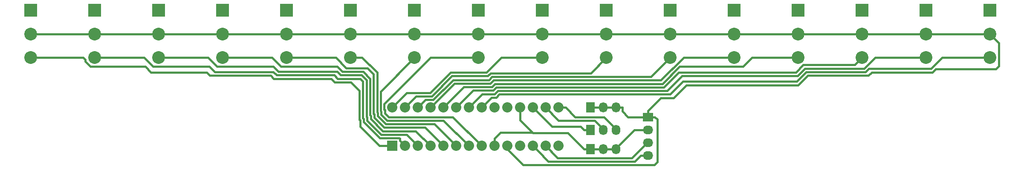
<source format=gbr>
G04 #@! TF.FileFunction,Copper,L2,Bot,Signal*
%FSLAX46Y46*%
G04 Gerber Fmt 4.6, Leading zero omitted, Abs format (unit mm)*
G04 Created by KiCad (PCBNEW 4.0.2-stable) date 12/08/2016 19:46:14*
%MOMM*%
G01*
G04 APERTURE LIST*
%ADD10C,0.100000*%
%ADD11R,1.727200X2.032000*%
%ADD12O,1.727200X2.032000*%
%ADD13R,2.032000X2.032000*%
%ADD14C,2.032000*%
%ADD15R,2.540000X2.540000*%
%ADD16C,2.540000*%
%ADD17R,2.032000X1.727200*%
%ADD18O,2.032000X1.727200*%
%ADD19C,0.400000*%
G04 APERTURE END LIST*
D10*
D11*
X187325000Y-43180000D03*
D12*
X189865000Y-43180000D03*
X192405000Y-43180000D03*
D13*
X147955000Y-46355000D03*
D14*
X150495000Y-46355000D03*
X153035000Y-46355000D03*
X155575000Y-46355000D03*
X158115000Y-46355000D03*
X160655000Y-46355000D03*
X163195000Y-46355000D03*
X165735000Y-46355000D03*
X168275000Y-46355000D03*
X170815000Y-46355000D03*
X173355000Y-46355000D03*
X175895000Y-46355000D03*
X178435000Y-46355000D03*
X180975000Y-46355000D03*
X180975000Y-38735000D03*
X178435000Y-38735000D03*
X175895000Y-38735000D03*
X173355000Y-38735000D03*
X170815000Y-38735000D03*
X168275000Y-38735000D03*
X165735000Y-38735000D03*
X163195000Y-38735000D03*
X160655000Y-38735000D03*
X158115000Y-38735000D03*
X155575000Y-38735000D03*
X153035000Y-38735000D03*
X150495000Y-38735000D03*
X147955000Y-38735000D03*
D15*
X266700000Y-19431000D03*
D16*
X266700000Y-24130000D03*
X266700000Y-28829000D03*
D15*
X254000000Y-19431000D03*
D16*
X254000000Y-24130000D03*
X254000000Y-28829000D03*
D15*
X241300000Y-19431000D03*
D16*
X241300000Y-24130000D03*
X241300000Y-28829000D03*
D15*
X228600000Y-19431000D03*
D16*
X228600000Y-24130000D03*
X228600000Y-28829000D03*
D15*
X215900000Y-19431000D03*
D16*
X215900000Y-24130000D03*
X215900000Y-28829000D03*
D15*
X203200000Y-19431000D03*
D16*
X203200000Y-24130000D03*
X203200000Y-28829000D03*
D15*
X190500000Y-19431000D03*
D16*
X190500000Y-24130000D03*
X190500000Y-28829000D03*
D15*
X177800000Y-19431000D03*
D16*
X177800000Y-24130000D03*
X177800000Y-28829000D03*
D15*
X165100000Y-19431000D03*
D16*
X165100000Y-24130000D03*
X165100000Y-28829000D03*
D15*
X152400000Y-19431000D03*
D16*
X152400000Y-24130000D03*
X152400000Y-28829000D03*
D15*
X139700000Y-19431000D03*
D16*
X139700000Y-24130000D03*
X139700000Y-28829000D03*
D15*
X127000000Y-19431000D03*
D16*
X127000000Y-24130000D03*
X127000000Y-28829000D03*
D15*
X114300000Y-19431000D03*
D16*
X114300000Y-24130000D03*
X114300000Y-28829000D03*
D15*
X101600000Y-19431000D03*
D16*
X101600000Y-24130000D03*
X101600000Y-28829000D03*
D15*
X88900000Y-19431000D03*
D16*
X88900000Y-24130000D03*
X88900000Y-28829000D03*
D15*
X76200000Y-19431000D03*
D16*
X76200000Y-24130000D03*
X76200000Y-28829000D03*
D17*
X198755000Y-40640000D03*
D18*
X198755000Y-43180000D03*
X198755000Y-45720000D03*
X198755000Y-48260000D03*
D11*
X187325000Y-46990000D03*
D12*
X189865000Y-46990000D03*
X192405000Y-46990000D03*
D11*
X187325000Y-38735000D03*
D12*
X189865000Y-38735000D03*
X192405000Y-38735000D03*
D19*
X193668600Y-38735000D02*
X193668600Y-39516000D01*
X193668600Y-39516000D02*
X194792600Y-40640000D01*
X189865000Y-38735000D02*
X187325000Y-38735000D01*
X192405000Y-38735000D02*
X189865000Y-38735000D01*
X193668600Y-38735000D02*
X192405000Y-38735000D01*
X200660000Y-49530000D02*
X200025000Y-50165000D01*
X200660000Y-41129000D02*
X200660000Y-49530000D01*
X198755000Y-40640000D02*
X200171000Y-40640000D01*
X200171000Y-40640000D02*
X200660000Y-41129000D01*
X200025000Y-50165000D02*
X173990000Y-50165000D01*
X173990000Y-50165000D02*
X170815000Y-46990000D01*
X170815000Y-46990000D02*
X170815000Y-46355000D01*
X198755000Y-40640000D02*
X194792600Y-40640000D01*
X203835000Y-36830000D02*
X203200000Y-36830000D01*
X198755000Y-40640000D02*
X198755000Y-39376400D01*
X198755000Y-39376400D02*
X201301400Y-36830000D01*
X201301400Y-36830000D02*
X203200000Y-36830000D01*
X179070000Y-24130000D02*
X166370000Y-24130000D01*
X166370000Y-24130000D02*
X76200000Y-24130000D01*
X177800000Y-24130000D02*
X166370000Y-24130000D01*
X177800000Y-24130000D02*
X190500000Y-24130000D01*
X256540000Y-24130000D02*
X179070000Y-24130000D01*
X177800000Y-24130000D02*
X179070000Y-24130000D01*
X88900000Y-24130000D02*
X76200000Y-24130000D01*
X101600000Y-24130000D02*
X88900000Y-24130000D01*
X114300000Y-24130000D02*
X101600000Y-24130000D01*
X127000000Y-24130000D02*
X114300000Y-24130000D01*
X139700000Y-24130000D02*
X127000000Y-24130000D01*
X152400000Y-24130000D02*
X139700000Y-24130000D01*
X165100000Y-24130000D02*
X152400000Y-24130000D01*
X177800000Y-24130000D02*
X165100000Y-24130000D01*
X203200000Y-24130000D02*
X177800000Y-24130000D01*
X203200000Y-24130000D02*
X215900000Y-24130000D01*
X228600000Y-24130000D02*
X241300000Y-24130000D01*
X215900000Y-24130000D02*
X228600000Y-24130000D01*
X254000000Y-24130000D02*
X241300000Y-24130000D01*
X266700000Y-24130000D02*
X256540000Y-24130000D01*
X256540000Y-24130000D02*
X254000000Y-24130000D01*
X266700000Y-24130000D02*
X268470001Y-25900001D01*
X268470001Y-25900001D02*
X268470001Y-30480000D01*
X268470001Y-30480000D02*
X267835001Y-31115000D01*
X230505000Y-32385000D02*
X228600000Y-34290000D01*
X267835001Y-31115000D02*
X255905000Y-31115000D01*
X242570000Y-32385000D02*
X230505000Y-32385000D01*
X255905000Y-31115000D02*
X255270000Y-31750000D01*
X228600000Y-34290000D02*
X206375000Y-34290000D01*
X255270000Y-31750000D02*
X243205000Y-31750000D01*
X243205000Y-31750000D02*
X242570000Y-32385000D01*
X206375000Y-34290000D02*
X203835000Y-36830000D01*
X176910999Y-47370999D02*
X175895000Y-46355000D01*
X179004989Y-49464989D02*
X176910999Y-47370999D01*
X196134011Y-49464989D02*
X179004989Y-49464989D01*
X197339000Y-48260000D02*
X196134011Y-49464989D01*
X198755000Y-48260000D02*
X197339000Y-48260000D01*
X189865000Y-46990000D02*
X187325000Y-46990000D01*
X192405000Y-46990000D02*
X189865000Y-46990000D01*
X198755000Y-43180000D02*
X196062600Y-43180000D01*
X196062600Y-43180000D02*
X192405000Y-46837600D01*
X192405000Y-46837600D02*
X192405000Y-46990000D01*
X187325000Y-46990000D02*
X186061400Y-46990000D01*
X169443170Y-43749990D02*
X168275000Y-44918160D01*
X168275000Y-44918160D02*
X168275000Y-46355000D01*
X175829990Y-43749990D02*
X169443170Y-43749990D01*
X175895000Y-43815000D02*
X175829990Y-43749990D01*
X182886400Y-43815000D02*
X175895000Y-43815000D01*
X173355000Y-41275000D02*
X175895000Y-43815000D01*
X186061400Y-46990000D02*
X182886400Y-43815000D01*
X173355000Y-38735000D02*
X173355000Y-41275000D01*
X198602600Y-45720000D02*
X198755000Y-45720000D01*
X180844978Y-48764978D02*
X195557622Y-48764978D01*
X195557622Y-48764978D02*
X198602600Y-45720000D01*
X178435000Y-46355000D02*
X180844978Y-48764978D01*
X88050399Y-30599001D02*
X86995000Y-29543602D01*
X86614000Y-28829000D02*
X76200000Y-28829000D01*
X141605000Y-41274998D02*
X141474981Y-41144979D01*
X136590010Y-33720010D02*
X135890000Y-33020000D01*
X141474981Y-35429981D02*
X139765010Y-33720010D01*
X139765010Y-33720010D02*
X136590010Y-33720010D01*
X86995000Y-29543602D02*
X86995000Y-29210000D01*
X141474981Y-41144979D02*
X141474981Y-35429981D01*
X147955000Y-46355000D02*
X145415000Y-46355000D01*
X123825000Y-32385000D02*
X111760000Y-32385000D01*
X135890000Y-33020000D02*
X124460000Y-33020000D01*
X124460000Y-33020000D02*
X123825000Y-32385000D01*
X145415000Y-46355000D02*
X141605000Y-42545000D01*
X141605000Y-42545000D02*
X141605000Y-41274998D01*
X111760000Y-32385000D02*
X111125000Y-31750000D01*
X111125000Y-31750000D02*
X100091998Y-31750000D01*
X100091998Y-31750000D02*
X98940999Y-30599001D01*
X98940999Y-30599001D02*
X88050399Y-30599001D01*
X86995000Y-29210000D02*
X86614000Y-28829000D01*
X88900000Y-28829000D02*
X98679000Y-28829000D01*
X111640999Y-30599001D02*
X112726987Y-31684989D01*
X149479001Y-45339001D02*
X150495000Y-46355000D01*
X149371001Y-44838999D02*
X149479001Y-44946999D01*
X142305011Y-41620046D02*
X145523964Y-44838999D01*
X142174992Y-40855025D02*
X142305011Y-40985044D01*
X137159999Y-33019999D02*
X141605000Y-33020000D01*
X112726987Y-31684989D02*
X124394989Y-31684989D01*
X125029989Y-32319989D02*
X136459989Y-32319989D01*
X100449001Y-30599001D02*
X111640999Y-30599001D01*
X149479001Y-44946999D02*
X149479001Y-45339001D01*
X98679000Y-28829000D02*
X100449001Y-30599001D01*
X141605000Y-33020000D02*
X142174991Y-33589991D01*
X136459989Y-32319989D02*
X137159999Y-33019999D01*
X124394989Y-31684989D02*
X125029989Y-32319989D01*
X142305011Y-40985044D02*
X142305011Y-41620046D01*
X145523964Y-44838999D02*
X149371001Y-44838999D01*
X142174991Y-33589991D02*
X142174992Y-40855025D01*
X150820054Y-44140054D02*
X153035000Y-46355000D01*
X143005022Y-40695090D02*
X143005022Y-41330091D01*
X142875002Y-40565070D02*
X143005022Y-40695090D01*
X141894954Y-32319989D02*
X142875002Y-33300037D01*
X137029978Y-31619978D02*
X137729989Y-32319989D01*
X101600000Y-28829000D02*
X111379000Y-28829000D01*
X137729989Y-32319989D02*
X141894954Y-32319989D01*
X142875002Y-33300037D02*
X142875002Y-40565070D01*
X113149001Y-30599001D02*
X124340999Y-30599001D01*
X124340999Y-30599001D02*
X125361976Y-31619978D01*
X143005022Y-41330091D02*
X145813918Y-44138988D01*
X149662021Y-44140054D02*
X150820054Y-44140054D01*
X149660955Y-44138988D02*
X149662021Y-44140054D01*
X125361976Y-31619978D02*
X137029978Y-31619978D01*
X145813918Y-44138988D02*
X149660955Y-44138988D01*
X111379000Y-28829000D02*
X113149001Y-30599001D01*
X146103872Y-43438977D02*
X149950909Y-43438977D01*
X149950909Y-43438977D02*
X149951975Y-43440043D01*
X124079000Y-28829000D02*
X125849001Y-30599001D01*
X152660043Y-43440043D02*
X155575000Y-46355000D01*
X143575013Y-40275118D02*
X143705033Y-40405138D01*
X143575013Y-33010083D02*
X143575013Y-40275118D01*
X125849001Y-30599001D02*
X137040999Y-30599001D01*
X114300000Y-28829000D02*
X124079000Y-28829000D01*
X143705033Y-40405138D02*
X143705033Y-41040137D01*
X149951975Y-43440043D02*
X152660043Y-43440043D01*
X142184908Y-31619978D02*
X143575013Y-33010083D01*
X137040999Y-30599001D02*
X138061976Y-31619978D01*
X143705033Y-41040137D02*
X146103872Y-43438977D01*
X138061976Y-31619978D02*
X142184908Y-31619978D01*
X136779000Y-28829000D02*
X138869967Y-30919967D01*
X154500032Y-42740032D02*
X158115000Y-46355000D01*
X144405044Y-40115184D02*
X144405044Y-40750183D01*
X150241929Y-42740032D02*
X154500032Y-42740032D01*
X150240863Y-42738966D02*
X150241929Y-42740032D01*
X146393826Y-42738966D02*
X150240863Y-42738966D01*
X138869967Y-30919967D02*
X143109862Y-30919967D01*
X127000000Y-28829000D02*
X136779000Y-28829000D01*
X143109862Y-30919967D02*
X144275024Y-32085129D01*
X144275024Y-39985164D02*
X144405044Y-40115184D01*
X144275024Y-32085129D02*
X144275024Y-39985164D01*
X144405044Y-40750183D02*
X146393826Y-42738966D01*
X145105055Y-40460229D02*
X146683780Y-42038955D01*
X146683780Y-42038955D02*
X150530817Y-42038955D01*
X144975035Y-39695210D02*
X145105055Y-39825230D01*
X156340021Y-42040021D02*
X160655000Y-46355000D01*
X142008860Y-28829000D02*
X144975035Y-31795175D01*
X150531883Y-42040021D02*
X156340021Y-42040021D01*
X139700000Y-28829000D02*
X142008860Y-28829000D01*
X150530817Y-42038955D02*
X150531883Y-42040021D01*
X145105055Y-39825230D02*
X145105055Y-40460229D01*
X144975035Y-31795175D02*
X144975035Y-39695210D01*
X145805066Y-40170275D02*
X145805066Y-39535276D01*
X145675046Y-35553954D02*
X152400000Y-28829000D01*
X163195000Y-46355000D02*
X158178944Y-41338944D01*
X145805066Y-39535276D02*
X145675046Y-39405256D01*
X146973734Y-41338944D02*
X145805066Y-40170275D01*
X145675046Y-39405256D02*
X145675046Y-35553954D01*
X158178944Y-41338944D02*
X146973734Y-41338944D01*
X160018933Y-40638933D02*
X165735000Y-46355000D01*
X146505077Y-39880322D02*
X147263688Y-40638933D01*
X146505077Y-39245322D02*
X146505077Y-39880322D01*
X146375057Y-39115302D02*
X146505077Y-39245322D01*
X155617318Y-28829000D02*
X146375057Y-38071261D01*
X147263688Y-40638933D02*
X160018933Y-40638933D01*
X165100000Y-28829000D02*
X155617318Y-28829000D01*
X146375057Y-38071261D02*
X146375057Y-39115302D01*
X169626282Y-28829000D02*
X177800000Y-28829000D01*
X166692275Y-31763007D02*
X169626282Y-28829000D01*
X159577099Y-31763007D02*
X166692275Y-31763007D01*
X155521129Y-35818977D02*
X159577099Y-31763007D01*
X150871023Y-35818977D02*
X155521129Y-35818977D01*
X147955000Y-38735000D02*
X150871023Y-35818977D01*
X152711012Y-36518988D02*
X150495000Y-38735000D01*
X155811083Y-36518988D02*
X152711012Y-36518988D01*
X159833085Y-32496986D02*
X155811083Y-36518988D01*
X166948261Y-32496986D02*
X159833085Y-32496986D01*
X167515322Y-31929924D02*
X166948261Y-32496986D01*
X187399076Y-31929924D02*
X167515322Y-31929924D01*
X190500000Y-28829000D02*
X187399076Y-31929924D01*
X156101037Y-37218999D02*
X160055100Y-33264935D01*
X153035000Y-38735000D02*
X154551001Y-37218999D01*
X154551001Y-37218999D02*
X156101037Y-37218999D01*
X160055100Y-33264935D02*
X167170277Y-33264935D01*
X167170277Y-33264935D02*
X167805276Y-32629935D01*
X167805276Y-32629935D02*
X199399065Y-32629935D01*
X199399065Y-32629935D02*
X203200000Y-28829000D01*
X160345054Y-33964946D02*
X155575000Y-38735000D01*
X167460231Y-33964946D02*
X160345054Y-33964946D01*
X201350093Y-33329946D02*
X168095230Y-33329946D01*
X168095230Y-33329946D02*
X167460231Y-33964946D01*
X215900000Y-28829000D02*
X205851039Y-28829000D01*
X205851039Y-28829000D02*
X201350093Y-33329946D01*
X201640047Y-34029957D02*
X168385184Y-34029957D01*
X168385184Y-34029957D02*
X167750185Y-34664957D01*
X219456000Y-28829000D02*
X217685999Y-30599001D01*
X162185043Y-34664957D02*
X158115000Y-38735000D01*
X228600000Y-28829000D02*
X219456000Y-28829000D01*
X217685999Y-30599001D02*
X205071003Y-30599001D01*
X167750185Y-34664957D02*
X162185043Y-34664957D01*
X205071003Y-30599001D02*
X201640047Y-34029957D01*
X164025032Y-35364968D02*
X160655000Y-38735000D01*
X204909968Y-31750000D02*
X201930000Y-34729968D01*
X228170105Y-31750000D02*
X204909968Y-31750000D01*
X229635138Y-30284967D02*
X228170105Y-31750000D01*
X168040139Y-35364968D02*
X164025032Y-35364968D01*
X168675138Y-34729968D02*
X168040139Y-35364968D01*
X201930000Y-34729968D02*
X168675138Y-34729968D01*
X239844033Y-30284967D02*
X229635138Y-30284967D01*
X241300000Y-28829000D02*
X239844033Y-30284967D01*
X168330093Y-36064979D02*
X165865021Y-36064979D01*
X229925092Y-30984978D02*
X228460060Y-32450010D01*
X165865021Y-36064979D02*
X163195000Y-38735000D01*
X202565000Y-35429979D02*
X168965092Y-35429979D01*
X205544969Y-32450010D02*
X202565000Y-35429979D01*
X168965092Y-35429979D02*
X168330093Y-36064979D01*
X254000000Y-28829000D02*
X243866036Y-28829000D01*
X243866036Y-28829000D02*
X241710058Y-30984978D01*
X241710058Y-30984978D02*
X229925092Y-30984978D01*
X228460060Y-32450010D02*
X205544969Y-32450010D01*
X205740001Y-33589989D02*
X203200000Y-36129990D01*
X228310046Y-33589989D02*
X205740001Y-33589989D01*
X230215046Y-31684989D02*
X228310046Y-33589989D01*
X242000011Y-31684989D02*
X230215046Y-31684989D01*
X254980047Y-31049989D02*
X242635011Y-31049989D01*
X257201036Y-28829000D02*
X254980047Y-31049989D01*
X266700000Y-28829000D02*
X257201036Y-28829000D01*
X242635011Y-31049989D02*
X242000011Y-31684989D01*
X203200000Y-36129990D02*
X169255046Y-36129990D01*
X167705010Y-36764990D02*
X165735000Y-38735000D01*
X169255046Y-36129990D02*
X168620046Y-36764990D01*
X168620046Y-36764990D02*
X167705010Y-36764990D01*
X175895000Y-38735000D02*
X179705000Y-42545000D01*
X179705000Y-42545000D02*
X185426400Y-42545000D01*
X185426400Y-42545000D02*
X186061400Y-43180000D01*
X186061400Y-43180000D02*
X187325000Y-43180000D01*
X178435000Y-38735000D02*
X181040011Y-41340011D01*
X181040011Y-41340011D02*
X188177411Y-41340011D01*
X189865000Y-43027600D02*
X189865000Y-43180000D01*
X188177411Y-41340011D02*
X189865000Y-43027600D01*
X180975000Y-38735000D02*
X182411840Y-38735000D01*
X192405000Y-43027600D02*
X192405000Y-43180000D01*
X190017400Y-40640000D02*
X192405000Y-43027600D01*
X182411840Y-38735000D02*
X184316840Y-40640000D01*
X184316840Y-40640000D02*
X190017400Y-40640000D01*
M02*

</source>
